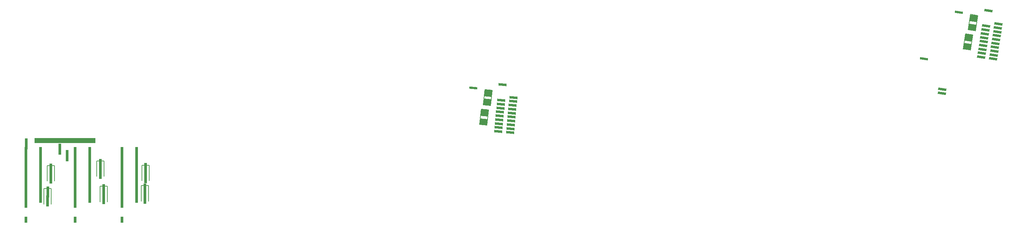
<source format=gbr>
*
G4_C Author: OrCAD GerbTool(tm) 8.1.1 Thu Jun 19 08:57:04 2003*
%LPD*%
%FSLAX34Y34*%
%MOIN*%
%AD*%
%AMD26R98*
20,1,0.027000,0.000000,-0.036000,0.000000,0.036000,98.600000*
%
%AMD26R98N2*
20,1,0.027000,0.000000,-0.036000,0.000000,0.036000,98.600000*
%
%AMD26R86*
20,1,0.027000,0.000000,-0.036000,0.000000,0.036000,86.080000*
%
%AMD17R5*
20,1,0.027000,-0.036000,0.000000,0.036000,0.000000,5.450000*
%
%AMD17R5N2*
20,1,0.027000,-0.036000,0.000000,0.036000,0.000000,5.450000*
%
%AMD29R3*
20,1,0.027000,0.035920,-0.002460,-0.035920,0.002460,3.950000*
%
%AMD29R3N2*
20,1,0.027000,0.035920,-0.002460,-0.035920,0.002460,3.910000*
%
%AMD29R3N3*
20,1,0.027000,0.035920,-0.002460,-0.035920,0.002460,3.920000*
%
%AMD30R84*
20,1,0.024000,0.000000,-0.041000,0.000000,0.041000,84.700000*
%
%AMD26R84*
20,1,0.027000,0.000000,-0.036000,0.000000,0.036000,84.700000*
%
%AMD29R84*
20,1,0.022000,0.000000,-0.040000,0.000000,0.040000,84.700000*
%
%AMD30R81*
20,1,0.024000,0.000000,-0.041000,0.000000,0.041000,81.200000*
%
%AMD26R81*
20,1,0.027000,0.000000,-0.036000,0.000000,0.036000,81.200000*
%
%AMD29R81*
20,1,0.022000,0.000000,-0.040000,0.000000,0.040000,81.200000*
%
%AMD29R81N2*
20,1,0.022000,0.000000,-0.040000,0.000000,0.040000,81.200000*
%
%AMD30R84N2*
20,1,0.024000,0.000000,-0.041000,0.000000,0.041000,84.700000*
%
%AMD26R84N2*
20,1,0.027000,0.000000,-0.036000,0.000000,0.036000,84.700000*
%
%AMD29R84N2*
20,1,0.022000,0.000000,-0.040000,0.000000,0.040000,84.700000*
%
%AMD30R81N2*
20,1,0.024000,0.000000,-0.041000,0.000000,0.041000,81.300000*
%
%AMD26R81N2*
20,1,0.027000,0.000000,-0.036000,0.000000,0.036000,81.300000*
%
%AMD29R81N3*
20,1,0.022000,0.000000,-0.040000,0.000000,0.040000,81.300000*
%
%AMD29R81N4*
20,1,0.022000,0.000000,-0.040000,0.000000,0.040000,81.300000*
%
%AMD30R81N3*
20,1,0.024000,0.000000,-0.041000,0.000000,0.041000,81.300000*
%
%AMD29R81N5*
20,1,0.022000,0.000000,-0.040000,0.000000,0.040000,81.300000*
%
%AMD30R81N4*
20,1,0.024000,0.000000,-0.041000,0.000000,0.041000,81.300000*
%
%ADD10R,0.050000X0.050000*%
%ADD11C,0.006000*%
%ADD12C,0.019000*%
%ADD13C,0.007900*%
%ADD14C,0.005000*%
%ADD15C,0.000800*%
%ADD16R,0.070000X0.025000*%
%ADD17R,0.068000X0.023000*%
%ADD18C,0.006000*%
%ADD19C,0.009800*%
%ADD20C,0.010000*%
%ADD21C,0.030000*%
%ADD22C,0.060000*%
%ADD23C,0.035000*%
%ADD24C,0.055000*%
%ADD25C,0.065000*%
%ADD26R,0.027000X0.072000*%
%ADD27D26R98*%
%ADD28R,0.031000X0.060000*%
%ADD29R,0.022000X0.080000*%
%ADD30R,0.024000X0.082000*%
%ADD31D17R5N2*%
%ADD32D29R3*%
%ADD33R,0.072000X0.027000*%
%ADD34R,0.072000X0.027000*%
%ADD35D30R84*%
%ADD36D26R84*%
%ADD37D29R84*%
%ADD38D30R81*%
%ADD39D26R81*%
%ADD40D29R81*%
%ADD41D29R81N2*%
%ADD42D30R84N2*%
%ADD43D26R84N2*%
%ADD44D29R84N2*%
%ADD45D30R81N2*%
%ADD46D26R81N2*%
%ADD47D29R81N3*%
%ADD48D29R81N4*%
%ADD49D30R81N3*%
%ADD50D29R81N5*%
%ADD51D30R81N4*%
%ADD256R,0.060000X0.031000*%
G4_C OrCAD GerbTool Tool List *
G54D42*
G1X49233Y10635D3*
G1X49269Y11028D3*
G1X49305Y11420D3*
G1X49342Y11811D3*
G1X49378Y12203D3*
G1X49414Y12595D3*
G1X49451Y12987D3*
G1X49487Y13379D3*
G1X49524Y13771D3*
G1X49560Y14163D3*
G1X48037Y10746D3*
G1X48073Y11138D3*
G1X48109Y11530D3*
G1X48146Y11922D3*
G1X48182Y12314D3*
G1X48219Y12705D3*
G1X48255Y13098D3*
G1X48291Y13490D3*
G1X48328Y13882D3*
G1X48473Y15449D3*
G54D43*
G1X46562Y11513D3*
G1X46580Y11711D3*
G1X46598Y11894D3*
G1X46647Y12410D3*
G1X46666Y12608D3*
G1X46682Y12791D3*
G1X47059Y12913D2*
G54D18*
G1X46916Y11374D1*
G1X47059Y12914D2*
G1X46325Y12982D1*
G1X46325Y12983D2*
G1X46182Y11442D1*
G54D43*
G1X46934Y13486D3*
G1X46951Y13684D3*
G1X46969Y13867D3*
G1X47018Y14384D3*
G1X47038Y14582D3*
G1X47054Y14764D3*
G1X47431Y14886D2*
G54D18*
G1X47288Y13347D1*
G1X47431Y14887D2*
G1X46697Y14955D1*
G1X46697Y14956D2*
G1X46554Y13415D1*
G54D44*
G1X45525Y15099D3*
G54D45*
G1X97673Y18037D3*
G1X97732Y18427D3*
G1X97792Y18816D3*
G1X97851Y19204D3*
G1X97911Y19594D3*
G1X97970Y19982D3*
G1X98030Y20372D3*
G1X98090Y20761D3*
G1X98149Y21151D3*
G1X98209Y21539D3*
G1X96485Y18219D3*
G1X96545Y18608D3*
G1X96605Y18996D3*
G1X96664Y19386D3*
G1X96724Y19775D3*
G1X96783Y20164D3*
G1X96843Y20553D3*
G1X96902Y20943D3*
G1X96962Y21332D3*
G1X97200Y22887D3*
G54D46*
G1X95059Y19072D3*
G1X95088Y19268D3*
G1X95117Y19450D3*
G1X95196Y19963D3*
G1X95228Y20159D3*
G1X95254Y20340D3*
G1X95638Y20439D2*
G54D18*
G1X95404Y18912D1*
G1X95638Y20440D2*
G1X94909Y20552D1*
G1X94909Y20553D2*
G1X94675Y19024D1*
G54D46*
G1X95547Y21020D3*
G1X95576Y21216D3*
G1X95605Y21397D3*
G1X95685Y21910D3*
G1X95716Y22107D3*
G1X95742Y22288D3*
G1X96126Y22387D2*
G54D18*
G1X95892Y20860D1*
G1X96126Y22388D2*
G1X95397Y22499D1*
G1X95398Y22500D2*
G1X95164Y20971D1*
G54D47*
G1X94236Y22712D3*
G1X1773Y9842D2*
G54D10*
G1X7373Y9842D1*
G54D26*
G1X4078Y8774D3*
G1X4078Y8974D3*
G1X4078Y9158D3*
G1X4793Y8124D3*
G1X4793Y8324D3*
G1X4793Y8508D3*
G1X712Y9312D3*
G1X712Y9512D3*
G1X712Y9696D3*
G54D28*
G1X11762Y8894D3*
G1X11762Y8395D3*
G1X11762Y7894D3*
G1X11762Y5395D3*
G1X11762Y5894D3*
G1X11763Y6394D3*
G1X11763Y6894D3*
G1X11762Y7394D3*
G1X11763Y3893D3*
G1X11762Y4395D3*
G1X11762Y4894D3*
G1X10293Y8896D3*
G1X10293Y8397D3*
G1X10292Y7895D3*
G1X10292Y7396D3*
G1X10292Y6897D3*
G1X10292Y6396D3*
G1X10293Y5896D3*
G1X10293Y5397D3*
G1X10291Y4896D3*
G1X10292Y4397D3*
G1X10292Y3896D3*
G1X10292Y1896D3*
G1X10293Y3396D3*
G54D26*
G1X12598Y3858D3*
G1X12597Y4056D3*
G1X12598Y4240D3*
G1X12599Y4759D3*
G1X12600Y4958D3*
G1X12599Y5141D3*
G1X12963Y5298D2*
G54D18*
G1X12963Y3753D1*
G1X12963Y5299D2*
G1X12226Y5299D1*
G1X12226Y5300D2*
G1X12226Y3753D1*
G54D26*
G1X12675Y5922D3*
G1X12674Y6120D3*
G1X12675Y6304D3*
G1X12676Y6823D3*
G1X12677Y7022D3*
G1X12676Y7205D3*
G1X13039Y7361D2*
G54D18*
G1X13039Y5816D1*
G1X13039Y7362D2*
G1X12302Y7362D1*
G1X12302Y7363D2*
G1X12302Y5816D1*
G54D28*
G1X7073Y5396D3*
G1X7073Y5895D3*
G1X7074Y6395D3*
G1X7074Y6895D3*
G1X7073Y7395D3*
G1X7074Y3894D3*
G1X7073Y4396D3*
G1X7073Y4895D3*
G1X5604Y8896D3*
G1X5604Y8397D3*
G1X5603Y7895D3*
G1X5603Y7396D3*
G1X5603Y6897D3*
G1X5603Y6396D3*
G1X5604Y5896D3*
G1X5604Y5397D3*
G1X5602Y4896D3*
G1X5603Y4397D3*
G1X5603Y3896D3*
G1X5603Y1896D3*
G1X5604Y3396D3*
G1X7073Y7894D3*
G1X7073Y8894D3*
G1X7073Y8395D3*
G54D26*
G1X8467Y3804D3*
G1X8466Y4002D3*
G1X8467Y4186D3*
G1X8468Y4705D3*
G1X8469Y4904D3*
G1X8468Y5087D3*
G1X8831Y5243D2*
G54D18*
G1X8831Y3698D1*
G1X8831Y5244D2*
G1X8095Y5244D1*
G1X8095Y5245D2*
G1X8095Y3698D1*
G54D26*
G1X8136Y6346D3*
G1X8135Y6544D3*
G1X8136Y6728D3*
G1X8137Y7247D3*
G1X8138Y7446D3*
G1X8137Y7629D3*
G1X8501Y7785D2*
G54D18*
G1X8501Y6240D1*
G1X8501Y7786D2*
G1X7764Y7786D1*
G1X7764Y7787D2*
G1X7764Y6240D1*
G54D28*
G1X2144Y8893D3*
G1X2144Y8394D3*
G1X2144Y7893D3*
G1X2144Y5394D3*
G1X2144Y5893D3*
G1X2145Y6393D3*
G1X2145Y6893D3*
G1X2144Y7393D3*
G1X2145Y3892D3*
G1X2144Y4394D3*
G1X2144Y4893D3*
G1X674Y8895D3*
G1X674Y8396D3*
G1X673Y7894D3*
G1X673Y7395D3*
G1X673Y6896D3*
G1X673Y6395D3*
G1X674Y5895D3*
G1X674Y5396D3*
G1X672Y4895D3*
G1X673Y4396D3*
G1X673Y3895D3*
G1X673Y1894D3*
G1X674Y3395D3*
G54D26*
G1X2854Y3569D3*
G1X2853Y3767D3*
G1X2854Y3951D3*
G1X2855Y4470D3*
G1X2856Y4669D3*
G1X2855Y4852D3*
G1X3219Y5008D2*
G54D18*
G1X3219Y3463D1*
G1X3219Y5009D2*
G1X2482Y5009D1*
G1X2482Y5010D2*
G1X2482Y3463D1*
G54D26*
G1X3173Y5873D3*
G1X3172Y6071D3*
G1X3173Y6255D3*
G1X3174Y6774D3*
G1X3175Y6973D3*
G1X3174Y7156D3*
G1X3538Y7312D2*
G54D18*
G1X3538Y5767D1*
G1X3538Y7313D2*
G1X2801Y7313D1*
G1X2801Y7314D2*
G1X2801Y5767D1*
G54D50*
G1X90750Y18034D3*
G54D51*
G1X92526Y14576D3*
G1X92582Y14966D3*
M2*

</source>
